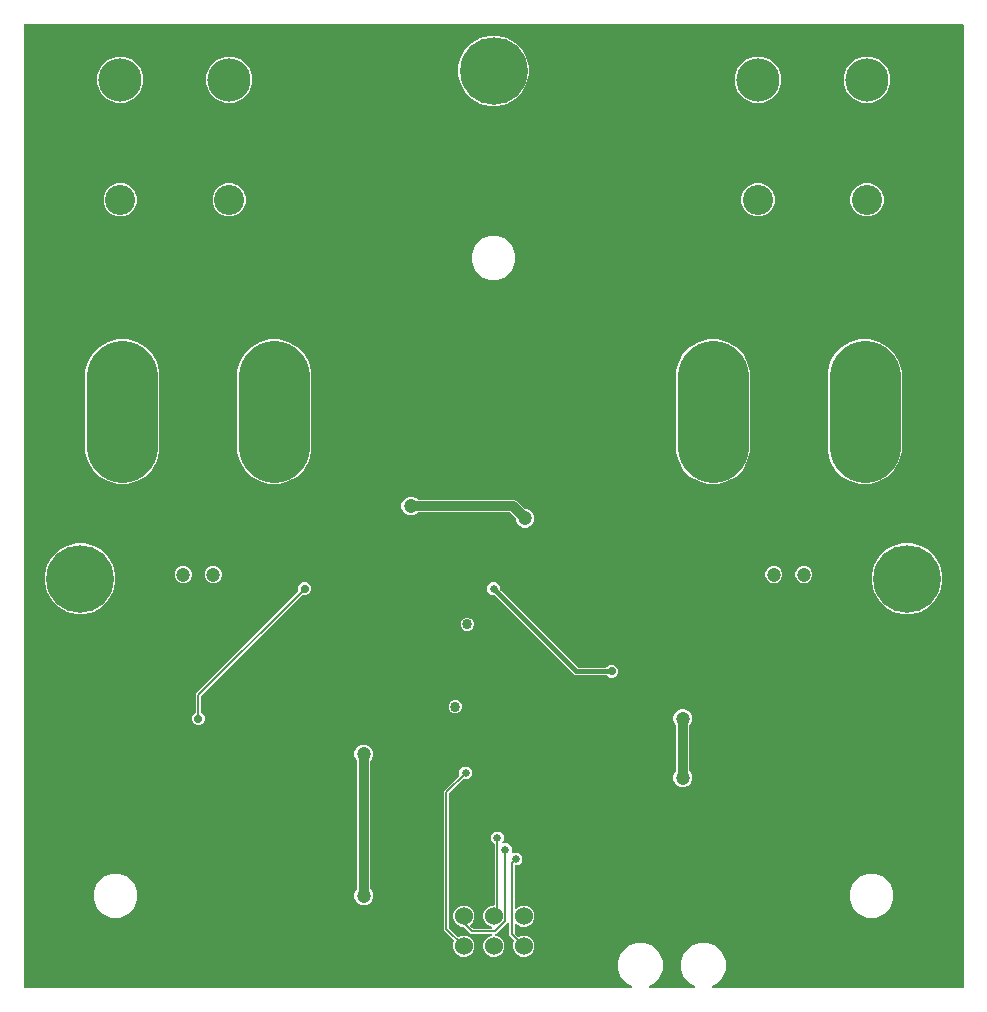
<source format=gbr>
G04 EAGLE Gerber RS-274X export*
G75*
%MOMM*%
%FSLAX34Y34*%
%LPD*%
%INBottom Copper*%
%IPPOS*%
%AMOC8*
5,1,8,0,0,1.08239X$1,22.5*%
G01*
%ADD10C,1.200000*%
%ADD11C,6.000000*%
%ADD12C,5.716000*%
%ADD13C,0.854800*%
%ADD14C,2.552700*%
%ADD15C,3.657600*%
%ADD16C,1.530000*%
%ADD17C,0.704800*%
%ADD18C,1.500000*%
%ADD19C,0.654800*%
%ADD20C,0.812800*%
%ADD21C,0.200000*%
%ADD22C,0.400000*%

G36*
X516786Y2016D02*
X516786Y2016D01*
X516883Y2026D01*
X516907Y2036D01*
X516933Y2040D01*
X517019Y2086D01*
X517108Y2126D01*
X517127Y2143D01*
X517150Y2156D01*
X517217Y2226D01*
X517289Y2292D01*
X517301Y2315D01*
X517319Y2334D01*
X517360Y2422D01*
X517407Y2508D01*
X517412Y2533D01*
X517423Y2557D01*
X517434Y2654D01*
X517451Y2750D01*
X517447Y2776D01*
X517450Y2801D01*
X517430Y2897D01*
X517415Y2993D01*
X517404Y3016D01*
X517398Y3042D01*
X517348Y3125D01*
X517304Y3212D01*
X517285Y3231D01*
X517272Y3253D01*
X517198Y3316D01*
X517128Y3384D01*
X517100Y3400D01*
X517085Y3413D01*
X517054Y3425D01*
X516981Y3465D01*
X513537Y4892D01*
X508192Y10237D01*
X505299Y17221D01*
X505299Y24779D01*
X508192Y31763D01*
X513537Y37108D01*
X520521Y40001D01*
X528079Y40001D01*
X535063Y37108D01*
X540408Y31763D01*
X543301Y24779D01*
X543301Y17221D01*
X540408Y10237D01*
X535063Y4892D01*
X531619Y3465D01*
X531536Y3414D01*
X531450Y3368D01*
X531432Y3349D01*
X531410Y3336D01*
X531348Y3261D01*
X531281Y3190D01*
X531270Y3166D01*
X531253Y3146D01*
X531218Y3055D01*
X531177Y2967D01*
X531174Y2941D01*
X531165Y2917D01*
X531161Y2819D01*
X531150Y2723D01*
X531155Y2697D01*
X531154Y2671D01*
X531181Y2577D01*
X531202Y2482D01*
X531215Y2460D01*
X531223Y2435D01*
X531278Y2355D01*
X531328Y2271D01*
X531348Y2254D01*
X531363Y2233D01*
X531441Y2174D01*
X531515Y2111D01*
X531539Y2101D01*
X531560Y2086D01*
X531653Y2056D01*
X531743Y2019D01*
X531776Y2016D01*
X531794Y2010D01*
X531827Y2010D01*
X531910Y2001D01*
X570090Y2001D01*
X570186Y2016D01*
X570283Y2026D01*
X570307Y2036D01*
X570333Y2040D01*
X570419Y2086D01*
X570508Y2126D01*
X570527Y2143D01*
X570550Y2156D01*
X570617Y2226D01*
X570689Y2292D01*
X570701Y2315D01*
X570719Y2334D01*
X570760Y2422D01*
X570807Y2508D01*
X570812Y2533D01*
X570823Y2557D01*
X570834Y2654D01*
X570851Y2750D01*
X570847Y2776D01*
X570850Y2801D01*
X570830Y2897D01*
X570815Y2993D01*
X570804Y3016D01*
X570798Y3042D01*
X570748Y3125D01*
X570704Y3212D01*
X570685Y3231D01*
X570672Y3253D01*
X570598Y3316D01*
X570528Y3384D01*
X570500Y3400D01*
X570485Y3413D01*
X570454Y3425D01*
X570381Y3465D01*
X566937Y4892D01*
X561592Y10237D01*
X558699Y17221D01*
X558699Y24779D01*
X561592Y31763D01*
X566937Y37108D01*
X573921Y40001D01*
X581479Y40001D01*
X588463Y37108D01*
X593808Y31763D01*
X596701Y24779D01*
X596701Y17221D01*
X593808Y10237D01*
X588463Y4892D01*
X585019Y3465D01*
X584936Y3414D01*
X584850Y3368D01*
X584832Y3349D01*
X584810Y3336D01*
X584748Y3261D01*
X584681Y3190D01*
X584670Y3166D01*
X584653Y3146D01*
X584618Y3055D01*
X584577Y2967D01*
X584574Y2941D01*
X584565Y2917D01*
X584561Y2819D01*
X584550Y2723D01*
X584555Y2697D01*
X584554Y2671D01*
X584581Y2577D01*
X584602Y2482D01*
X584615Y2460D01*
X584623Y2435D01*
X584678Y2355D01*
X584728Y2271D01*
X584748Y2254D01*
X584763Y2233D01*
X584841Y2174D01*
X584915Y2111D01*
X584939Y2101D01*
X584960Y2086D01*
X585053Y2056D01*
X585143Y2019D01*
X585176Y2016D01*
X585194Y2010D01*
X585227Y2010D01*
X585310Y2001D01*
X797238Y2001D01*
X797258Y2004D01*
X797277Y2002D01*
X797379Y2024D01*
X797481Y2040D01*
X797498Y2050D01*
X797518Y2054D01*
X797607Y2107D01*
X797698Y2156D01*
X797712Y2170D01*
X797729Y2180D01*
X797796Y2259D01*
X797868Y2334D01*
X797876Y2352D01*
X797889Y2367D01*
X797928Y2463D01*
X797971Y2557D01*
X797973Y2577D01*
X797981Y2595D01*
X797999Y2762D01*
X797999Y817238D01*
X797996Y817258D01*
X797998Y817277D01*
X797976Y817379D01*
X797960Y817481D01*
X797950Y817498D01*
X797946Y817518D01*
X797893Y817607D01*
X797844Y817698D01*
X797830Y817712D01*
X797820Y817729D01*
X797741Y817796D01*
X797666Y817868D01*
X797648Y817876D01*
X797633Y817889D01*
X797537Y817928D01*
X797443Y817971D01*
X797423Y817973D01*
X797405Y817981D01*
X797238Y817999D01*
X2762Y817999D01*
X2742Y817996D01*
X2723Y817998D01*
X2621Y817976D01*
X2519Y817960D01*
X2502Y817950D01*
X2482Y817946D01*
X2393Y817893D01*
X2302Y817844D01*
X2288Y817830D01*
X2271Y817820D01*
X2204Y817741D01*
X2132Y817666D01*
X2124Y817648D01*
X2111Y817633D01*
X2072Y817537D01*
X2029Y817443D01*
X2027Y817423D01*
X2019Y817405D01*
X2001Y817238D01*
X2001Y2762D01*
X2004Y2742D01*
X2002Y2723D01*
X2024Y2621D01*
X2040Y2519D01*
X2050Y2502D01*
X2054Y2482D01*
X2107Y2393D01*
X2156Y2302D01*
X2170Y2288D01*
X2180Y2271D01*
X2259Y2204D01*
X2334Y2132D01*
X2352Y2124D01*
X2367Y2111D01*
X2463Y2072D01*
X2557Y2029D01*
X2577Y2027D01*
X2595Y2019D01*
X2762Y2001D01*
X516690Y2001D01*
X516786Y2016D01*
G37*
%LPC*%
G36*
X710133Y428729D02*
X710133Y428729D01*
X702180Y430860D01*
X695049Y434977D01*
X689227Y440799D01*
X685110Y447930D01*
X682979Y455883D01*
X682979Y524117D01*
X685110Y532070D01*
X689227Y539201D01*
X695049Y545023D01*
X702180Y549140D01*
X710133Y551271D01*
X718367Y551271D01*
X726320Y549140D01*
X733451Y545023D01*
X739273Y539201D01*
X743390Y532070D01*
X745521Y524117D01*
X745521Y455883D01*
X743390Y447930D01*
X739273Y440799D01*
X733451Y434977D01*
X726320Y430860D01*
X718367Y428729D01*
X710133Y428729D01*
G37*
%LPD*%
%LPC*%
G36*
X581633Y428729D02*
X581633Y428729D01*
X573680Y430860D01*
X566549Y434977D01*
X560727Y440799D01*
X556610Y447930D01*
X554479Y455883D01*
X554479Y524117D01*
X556610Y532070D01*
X560727Y539201D01*
X566549Y545023D01*
X573680Y549140D01*
X581633Y551271D01*
X589867Y551271D01*
X597820Y549140D01*
X604951Y545023D01*
X610773Y539201D01*
X614890Y532070D01*
X617021Y524117D01*
X617021Y455883D01*
X614890Y447930D01*
X610773Y440799D01*
X604951Y434977D01*
X597820Y430860D01*
X589867Y428729D01*
X581633Y428729D01*
G37*
%LPD*%
%LPC*%
G36*
X210133Y428729D02*
X210133Y428729D01*
X202180Y430860D01*
X195049Y434977D01*
X189227Y440799D01*
X185110Y447930D01*
X182979Y455883D01*
X182979Y524117D01*
X185110Y532070D01*
X189227Y539201D01*
X195049Y545023D01*
X202180Y549140D01*
X210133Y551271D01*
X218367Y551271D01*
X226320Y549140D01*
X233451Y545023D01*
X239273Y539201D01*
X243390Y532070D01*
X245521Y524117D01*
X245521Y455883D01*
X243390Y447930D01*
X239273Y440799D01*
X233451Y434977D01*
X226320Y430860D01*
X218367Y428729D01*
X210133Y428729D01*
G37*
%LPD*%
%LPC*%
G36*
X81633Y428729D02*
X81633Y428729D01*
X73680Y430860D01*
X66549Y434977D01*
X60727Y440799D01*
X56610Y447930D01*
X54479Y455883D01*
X54479Y524117D01*
X56610Y532070D01*
X60727Y539201D01*
X66549Y545023D01*
X73680Y549140D01*
X81633Y551271D01*
X89867Y551271D01*
X97820Y549140D01*
X104951Y545023D01*
X110773Y539201D01*
X114890Y532070D01*
X117021Y524117D01*
X117021Y455883D01*
X114890Y447930D01*
X110773Y440799D01*
X104951Y434977D01*
X97820Y430860D01*
X89867Y428729D01*
X81633Y428729D01*
G37*
%LPD*%
%LPC*%
G36*
X396070Y748604D02*
X396070Y748604D01*
X388478Y750639D01*
X381671Y754568D01*
X376113Y760126D01*
X372184Y766933D01*
X370149Y774525D01*
X370149Y782385D01*
X372184Y789977D01*
X376113Y796784D01*
X381671Y802342D01*
X388478Y806271D01*
X396070Y808306D01*
X403930Y808306D01*
X411522Y806271D01*
X418329Y802342D01*
X423887Y796784D01*
X427816Y789977D01*
X429851Y782385D01*
X429851Y774525D01*
X427816Y766933D01*
X423887Y760126D01*
X418329Y754568D01*
X411522Y750639D01*
X403930Y748604D01*
X396070Y748604D01*
G37*
%LPD*%
%LPC*%
G36*
X746070Y318604D02*
X746070Y318604D01*
X738478Y320639D01*
X731671Y324568D01*
X726113Y330126D01*
X722184Y336933D01*
X720149Y344525D01*
X720149Y352385D01*
X722184Y359977D01*
X726113Y366784D01*
X731671Y372342D01*
X738478Y376271D01*
X746070Y378306D01*
X753930Y378306D01*
X761522Y376271D01*
X768329Y372342D01*
X773887Y366784D01*
X777816Y359977D01*
X779851Y352385D01*
X779851Y344525D01*
X777816Y336933D01*
X773887Y330126D01*
X768329Y324568D01*
X761522Y320639D01*
X753930Y318604D01*
X746070Y318604D01*
G37*
%LPD*%
%LPC*%
G36*
X46070Y318604D02*
X46070Y318604D01*
X38478Y320639D01*
X31671Y324568D01*
X26113Y330126D01*
X22184Y336933D01*
X20149Y344525D01*
X20149Y352385D01*
X22184Y359977D01*
X26113Y366784D01*
X31671Y372342D01*
X38478Y376271D01*
X46070Y378306D01*
X53930Y378306D01*
X61522Y376271D01*
X68329Y372342D01*
X73887Y366784D01*
X77816Y359977D01*
X79851Y352385D01*
X79851Y344525D01*
X77816Y336933D01*
X73887Y330126D01*
X68329Y324568D01*
X61522Y320639D01*
X53930Y318604D01*
X46070Y318604D01*
G37*
%LPD*%
%LPC*%
G36*
X398226Y28379D02*
X398226Y28379D01*
X394947Y29737D01*
X392437Y32247D01*
X391079Y35526D01*
X391079Y39074D01*
X392437Y42353D01*
X394947Y44863D01*
X398332Y46265D01*
X398415Y46316D01*
X398501Y46362D01*
X398519Y46381D01*
X398541Y46394D01*
X398603Y46469D01*
X398670Y46540D01*
X398681Y46564D01*
X398698Y46584D01*
X398733Y46675D01*
X398774Y46763D01*
X398776Y46789D01*
X398786Y46813D01*
X398790Y46911D01*
X398801Y47007D01*
X398795Y47033D01*
X398796Y47059D01*
X398769Y47153D01*
X398748Y47248D01*
X398735Y47270D01*
X398728Y47295D01*
X398672Y47375D01*
X398622Y47459D01*
X398602Y47476D01*
X398587Y47497D01*
X398509Y47556D01*
X398435Y47619D01*
X398411Y47629D01*
X398390Y47644D01*
X398298Y47674D01*
X398207Y47711D01*
X398175Y47714D01*
X398156Y47720D01*
X398123Y47720D01*
X398040Y47729D01*
X380359Y47729D01*
X378806Y49282D01*
X374532Y53556D01*
X374458Y53609D01*
X374389Y53669D01*
X374359Y53681D01*
X374333Y53700D01*
X374246Y53727D01*
X374161Y53761D01*
X374120Y53765D01*
X374098Y53772D01*
X374065Y53771D01*
X373994Y53779D01*
X372826Y53779D01*
X369547Y55137D01*
X367037Y57647D01*
X365679Y60926D01*
X365679Y64474D01*
X367037Y67753D01*
X369547Y70263D01*
X372826Y71621D01*
X376374Y71621D01*
X379653Y70263D01*
X382163Y67753D01*
X383521Y64474D01*
X383521Y60926D01*
X382163Y57647D01*
X380052Y55536D01*
X380040Y55520D01*
X380025Y55507D01*
X379969Y55420D01*
X379908Y55336D01*
X379902Y55317D01*
X379892Y55300D01*
X379866Y55200D01*
X379836Y55101D01*
X379836Y55081D01*
X379832Y55062D01*
X379840Y54959D01*
X379842Y54855D01*
X379849Y54837D01*
X379851Y54817D01*
X379891Y54722D01*
X379927Y54624D01*
X379939Y54609D01*
X379947Y54590D01*
X380052Y54459D01*
X382018Y52494D01*
X382092Y52441D01*
X382161Y52381D01*
X382191Y52369D01*
X382217Y52350D01*
X382304Y52323D01*
X382389Y52289D01*
X382430Y52285D01*
X382452Y52278D01*
X382485Y52279D01*
X382556Y52271D01*
X398040Y52271D01*
X398136Y52286D01*
X398233Y52296D01*
X398257Y52306D01*
X398283Y52310D01*
X398369Y52356D01*
X398458Y52396D01*
X398477Y52413D01*
X398501Y52426D01*
X398567Y52496D01*
X398639Y52562D01*
X398652Y52585D01*
X398670Y52604D01*
X398711Y52692D01*
X398758Y52778D01*
X398763Y52803D01*
X398774Y52827D01*
X398784Y52924D01*
X398802Y53020D01*
X398798Y53046D01*
X398801Y53071D01*
X398780Y53167D01*
X398766Y53263D01*
X398754Y53286D01*
X398748Y53312D01*
X398698Y53395D01*
X398654Y53482D01*
X398636Y53501D01*
X398622Y53523D01*
X398548Y53586D01*
X398479Y53654D01*
X398450Y53670D01*
X398435Y53683D01*
X398405Y53695D01*
X398332Y53735D01*
X394947Y55137D01*
X392437Y57647D01*
X391079Y60926D01*
X391079Y64474D01*
X392437Y67753D01*
X394947Y70263D01*
X398226Y71621D01*
X400099Y71621D01*
X400119Y71624D01*
X400138Y71622D01*
X400240Y71644D01*
X400342Y71660D01*
X400359Y71670D01*
X400379Y71674D01*
X400468Y71727D01*
X400559Y71776D01*
X400573Y71790D01*
X400590Y71800D01*
X400657Y71879D01*
X400729Y71954D01*
X400737Y71972D01*
X400750Y71987D01*
X400789Y72083D01*
X400832Y72177D01*
X400834Y72197D01*
X400842Y72215D01*
X400860Y72382D01*
X400860Y123451D01*
X400846Y123541D01*
X400838Y123632D01*
X400826Y123661D01*
X400821Y123693D01*
X400778Y123774D01*
X400742Y123858D01*
X400716Y123890D01*
X400705Y123911D01*
X400682Y123933D01*
X400637Y123989D01*
X397824Y126802D01*
X397824Y131198D01*
X400933Y134307D01*
X405329Y134307D01*
X408438Y131198D01*
X408438Y126802D01*
X407242Y125606D01*
X407200Y125548D01*
X407151Y125496D01*
X407129Y125449D01*
X407099Y125407D01*
X407077Y125338D01*
X407047Y125273D01*
X407042Y125221D01*
X407026Y125171D01*
X407028Y125100D01*
X407020Y125029D01*
X407031Y124978D01*
X407033Y124926D01*
X407057Y124858D01*
X407072Y124788D01*
X407099Y124743D01*
X407117Y124695D01*
X407162Y124639D01*
X407199Y124577D01*
X407238Y124543D01*
X407271Y124503D01*
X407331Y124464D01*
X407386Y124417D01*
X407434Y124398D01*
X407478Y124370D01*
X407547Y124352D01*
X407614Y124325D01*
X407685Y124317D01*
X407716Y124309D01*
X407739Y124311D01*
X407780Y124307D01*
X412198Y124307D01*
X415307Y121198D01*
X415307Y116649D01*
X415318Y116579D01*
X415320Y116507D01*
X415338Y116458D01*
X415346Y116407D01*
X415380Y116343D01*
X415405Y116276D01*
X415437Y116235D01*
X415462Y116189D01*
X415513Y116140D01*
X415558Y116084D01*
X415602Y116056D01*
X415640Y116020D01*
X415705Y115990D01*
X415765Y115951D01*
X415816Y115938D01*
X415863Y115916D01*
X415934Y115908D01*
X416004Y115891D01*
X416056Y115895D01*
X416107Y115889D01*
X416178Y115904D01*
X416249Y115910D01*
X416297Y115930D01*
X416348Y115941D01*
X416409Y115978D01*
X416475Y116006D01*
X416531Y116051D01*
X416559Y116068D01*
X416574Y116085D01*
X416606Y116111D01*
X416802Y116307D01*
X421198Y116307D01*
X424307Y113198D01*
X424307Y108802D01*
X421198Y105693D01*
X418512Y105693D01*
X418492Y105690D01*
X418473Y105692D01*
X418371Y105670D01*
X418269Y105654D01*
X418252Y105644D01*
X418232Y105640D01*
X418143Y105587D01*
X418052Y105538D01*
X418038Y105524D01*
X418021Y105514D01*
X417954Y105435D01*
X417882Y105360D01*
X417874Y105342D01*
X417861Y105327D01*
X417822Y105231D01*
X417779Y105137D01*
X417777Y105117D01*
X417769Y105099D01*
X417751Y104932D01*
X417751Y69504D01*
X417762Y69434D01*
X417764Y69362D01*
X417782Y69313D01*
X417790Y69262D01*
X417824Y69198D01*
X417849Y69131D01*
X417881Y69090D01*
X417906Y69044D01*
X417958Y68995D01*
X418002Y68939D01*
X418046Y68911D01*
X418084Y68875D01*
X418149Y68845D01*
X418209Y68806D01*
X418260Y68793D01*
X418307Y68771D01*
X418378Y68763D01*
X418448Y68746D01*
X418500Y68750D01*
X418551Y68744D01*
X418622Y68759D01*
X418693Y68765D01*
X418741Y68785D01*
X418792Y68796D01*
X418853Y68833D01*
X418919Y68861D01*
X418975Y68906D01*
X419003Y68923D01*
X419018Y68940D01*
X419050Y68966D01*
X420347Y70263D01*
X423626Y71621D01*
X427174Y71621D01*
X430453Y70263D01*
X432963Y67753D01*
X434321Y64474D01*
X434321Y60926D01*
X432963Y57647D01*
X430453Y55137D01*
X427174Y53779D01*
X423626Y53779D01*
X420347Y55137D01*
X419050Y56434D01*
X418992Y56476D01*
X418940Y56525D01*
X418893Y56547D01*
X418851Y56577D01*
X418782Y56599D01*
X418717Y56629D01*
X418665Y56634D01*
X418615Y56650D01*
X418544Y56648D01*
X418473Y56656D01*
X418422Y56645D01*
X418370Y56643D01*
X418302Y56619D01*
X418232Y56604D01*
X418187Y56577D01*
X418139Y56559D01*
X418083Y56514D01*
X418021Y56477D01*
X417987Y56438D01*
X417947Y56405D01*
X417908Y56345D01*
X417861Y56291D01*
X417842Y56242D01*
X417814Y56198D01*
X417796Y56129D01*
X417769Y56062D01*
X417761Y55991D01*
X417753Y55960D01*
X417755Y55937D01*
X417751Y55896D01*
X417751Y48476D01*
X417765Y48386D01*
X417773Y48295D01*
X417785Y48265D01*
X417790Y48233D01*
X417833Y48153D01*
X417869Y48069D01*
X417895Y48036D01*
X417906Y48016D01*
X417929Y47994D01*
X417974Y47938D01*
X420483Y45428D01*
X420578Y45360D01*
X420672Y45290D01*
X420678Y45288D01*
X420683Y45284D01*
X420794Y45250D01*
X420906Y45214D01*
X420912Y45214D01*
X420918Y45212D01*
X421035Y45215D01*
X421152Y45216D01*
X421159Y45218D01*
X421164Y45218D01*
X421182Y45225D01*
X421313Y45263D01*
X423626Y46221D01*
X427174Y46221D01*
X430453Y44863D01*
X432963Y42353D01*
X434321Y39074D01*
X434321Y35526D01*
X432963Y32247D01*
X430453Y29737D01*
X427174Y28379D01*
X423626Y28379D01*
X420347Y29737D01*
X417837Y32247D01*
X416479Y35526D01*
X416479Y39074D01*
X417437Y41387D01*
X417464Y41501D01*
X417492Y41614D01*
X417492Y41620D01*
X417493Y41626D01*
X417482Y41743D01*
X417473Y41859D01*
X417471Y41865D01*
X417470Y41871D01*
X417422Y41979D01*
X417377Y42086D01*
X417372Y42091D01*
X417370Y42096D01*
X417358Y42110D01*
X417272Y42217D01*
X413209Y46279D01*
X413209Y56831D01*
X413207Y56843D01*
X413208Y56850D01*
X413200Y56889D01*
X413198Y56902D01*
X413196Y56974D01*
X413178Y57023D01*
X413170Y57074D01*
X413136Y57137D01*
X413111Y57205D01*
X413079Y57245D01*
X413054Y57291D01*
X413002Y57341D01*
X412958Y57397D01*
X412914Y57425D01*
X412876Y57461D01*
X412811Y57491D01*
X412751Y57530D01*
X412700Y57542D01*
X412653Y57564D01*
X412582Y57572D01*
X412512Y57590D01*
X412460Y57586D01*
X412409Y57591D01*
X412338Y57576D01*
X412267Y57571D01*
X412219Y57550D01*
X412168Y57539D01*
X412107Y57502D01*
X412041Y57474D01*
X411985Y57429D01*
X411957Y57413D01*
X411942Y57395D01*
X411910Y57369D01*
X410718Y56177D01*
X402270Y47729D01*
X401960Y47729D01*
X401863Y47714D01*
X401767Y47704D01*
X401743Y47694D01*
X401717Y47690D01*
X401631Y47644D01*
X401542Y47604D01*
X401523Y47587D01*
X401499Y47574D01*
X401432Y47504D01*
X401361Y47438D01*
X401348Y47415D01*
X401330Y47396D01*
X401289Y47308D01*
X401242Y47222D01*
X401237Y47197D01*
X401226Y47173D01*
X401216Y47076D01*
X401198Y46980D01*
X401202Y46954D01*
X401199Y46929D01*
X401220Y46833D01*
X401234Y46737D01*
X401246Y46714D01*
X401252Y46688D01*
X401302Y46605D01*
X401346Y46518D01*
X401364Y46499D01*
X401378Y46477D01*
X401452Y46414D01*
X401521Y46346D01*
X401550Y46330D01*
X401565Y46317D01*
X401595Y46305D01*
X401668Y46265D01*
X405053Y44863D01*
X407563Y42353D01*
X408921Y39074D01*
X408921Y35526D01*
X407563Y32247D01*
X405053Y29737D01*
X401774Y28379D01*
X398226Y28379D01*
G37*
%LPD*%
%LPC*%
G36*
X288402Y71967D02*
X288402Y71967D01*
X285450Y73190D01*
X283190Y75450D01*
X281967Y78402D01*
X281967Y81598D01*
X283190Y84550D01*
X284442Y85802D01*
X284495Y85876D01*
X284555Y85946D01*
X284567Y85976D01*
X284586Y86002D01*
X284613Y86089D01*
X284647Y86174D01*
X284651Y86215D01*
X284658Y86237D01*
X284657Y86269D01*
X284665Y86341D01*
X284665Y193659D01*
X284651Y193750D01*
X284643Y193840D01*
X284631Y193870D01*
X284626Y193902D01*
X284583Y193983D01*
X284547Y194067D01*
X284521Y194099D01*
X284510Y194120D01*
X284487Y194142D01*
X284442Y194198D01*
X283190Y195450D01*
X281967Y198402D01*
X281967Y201598D01*
X283190Y204550D01*
X285450Y206810D01*
X288402Y208033D01*
X291598Y208033D01*
X294550Y206810D01*
X296810Y204550D01*
X298033Y201598D01*
X298033Y198402D01*
X296810Y195450D01*
X295558Y194198D01*
X295505Y194124D01*
X295445Y194054D01*
X295433Y194024D01*
X295414Y193998D01*
X295387Y193911D01*
X295353Y193826D01*
X295349Y193785D01*
X295342Y193763D01*
X295343Y193731D01*
X295335Y193659D01*
X295335Y86341D01*
X295349Y86250D01*
X295357Y86160D01*
X295369Y86130D01*
X295374Y86098D01*
X295417Y86017D01*
X295453Y85933D01*
X295479Y85901D01*
X295490Y85880D01*
X295513Y85858D01*
X295558Y85802D01*
X296810Y84550D01*
X298033Y81598D01*
X298033Y78402D01*
X296810Y75450D01*
X294550Y73190D01*
X291598Y71967D01*
X288402Y71967D01*
G37*
%LPD*%
%LPC*%
G36*
X425002Y391667D02*
X425002Y391667D01*
X422050Y392890D01*
X419790Y395150D01*
X418567Y398102D01*
X418567Y399873D01*
X418553Y399963D01*
X418545Y400054D01*
X418533Y400084D01*
X418528Y400116D01*
X418485Y400196D01*
X418449Y400280D01*
X418423Y400312D01*
X418412Y400333D01*
X418389Y400355D01*
X418344Y400411D01*
X414313Y404442D01*
X414239Y404495D01*
X414170Y404555D01*
X414140Y404567D01*
X414113Y404586D01*
X414027Y404613D01*
X413942Y404647D01*
X413901Y404651D01*
X413878Y404658D01*
X413846Y404657D01*
X413775Y404665D01*
X336341Y404665D01*
X336250Y404651D01*
X336160Y404643D01*
X336130Y404631D01*
X336098Y404626D01*
X336017Y404583D01*
X335933Y404547D01*
X335901Y404521D01*
X335880Y404510D01*
X335858Y404487D01*
X335802Y404442D01*
X334550Y403190D01*
X331598Y401967D01*
X328402Y401967D01*
X325450Y403190D01*
X323190Y405450D01*
X321967Y408402D01*
X321967Y411598D01*
X323190Y414550D01*
X325450Y416810D01*
X328402Y418033D01*
X331598Y418033D01*
X334550Y416810D01*
X335802Y415558D01*
X335876Y415505D01*
X335946Y415445D01*
X335976Y415433D01*
X336002Y415414D01*
X336089Y415387D01*
X336174Y415353D01*
X336215Y415349D01*
X336237Y415342D01*
X336269Y415343D01*
X336341Y415335D01*
X417361Y415335D01*
X419322Y414523D01*
X425889Y407956D01*
X425963Y407903D01*
X426032Y407843D01*
X426062Y407831D01*
X426089Y407812D01*
X426175Y407785D01*
X426260Y407751D01*
X426301Y407747D01*
X426324Y407740D01*
X426356Y407741D01*
X426427Y407733D01*
X428198Y407733D01*
X431150Y406510D01*
X433410Y404250D01*
X434633Y401298D01*
X434633Y398102D01*
X433410Y395150D01*
X431150Y392890D01*
X428198Y391667D01*
X425002Y391667D01*
G37*
%LPD*%
%LPC*%
G36*
X712210Y751241D02*
X712210Y751241D01*
X705021Y754219D01*
X699519Y759721D01*
X696541Y766910D01*
X696541Y774690D01*
X699519Y781879D01*
X705021Y787381D01*
X712210Y790359D01*
X719990Y790359D01*
X727179Y787381D01*
X732681Y781879D01*
X735659Y774690D01*
X735659Y766910D01*
X732681Y759721D01*
X727179Y754219D01*
X719990Y751241D01*
X712210Y751241D01*
G37*
%LPD*%
%LPC*%
G36*
X620010Y751241D02*
X620010Y751241D01*
X612821Y754219D01*
X607319Y759721D01*
X604341Y766910D01*
X604341Y774690D01*
X607319Y781879D01*
X612821Y787381D01*
X620010Y790359D01*
X627790Y790359D01*
X634979Y787381D01*
X640481Y781879D01*
X643459Y774690D01*
X643459Y766910D01*
X640481Y759721D01*
X634979Y754219D01*
X627790Y751241D01*
X620010Y751241D01*
G37*
%LPD*%
%LPC*%
G36*
X172210Y751241D02*
X172210Y751241D01*
X165021Y754219D01*
X159519Y759721D01*
X156541Y766910D01*
X156541Y774690D01*
X159519Y781879D01*
X165021Y787381D01*
X172210Y790359D01*
X179990Y790359D01*
X187179Y787381D01*
X192681Y781879D01*
X195659Y774690D01*
X195659Y766910D01*
X192681Y759721D01*
X187179Y754219D01*
X179990Y751241D01*
X172210Y751241D01*
G37*
%LPD*%
%LPC*%
G36*
X80010Y751241D02*
X80010Y751241D01*
X72821Y754219D01*
X67319Y759721D01*
X64341Y766910D01*
X64341Y774690D01*
X67319Y781879D01*
X72821Y787381D01*
X80010Y790359D01*
X87790Y790359D01*
X94979Y787381D01*
X100481Y781879D01*
X103459Y774690D01*
X103459Y766910D01*
X100481Y759721D01*
X94979Y754219D01*
X87790Y751241D01*
X80010Y751241D01*
G37*
%LPD*%
%LPC*%
G36*
X396320Y601499D02*
X396320Y601499D01*
X389520Y604316D01*
X384316Y609520D01*
X381499Y616320D01*
X381499Y623680D01*
X384316Y630480D01*
X389520Y635684D01*
X396320Y638501D01*
X403680Y638501D01*
X410480Y635684D01*
X415684Y630480D01*
X418501Y623680D01*
X418501Y616320D01*
X415684Y609520D01*
X410480Y604316D01*
X403680Y601499D01*
X396320Y601499D01*
G37*
%LPD*%
%LPC*%
G36*
X716320Y61499D02*
X716320Y61499D01*
X709520Y64316D01*
X704316Y69520D01*
X701499Y76320D01*
X701499Y83680D01*
X704316Y90480D01*
X709520Y95684D01*
X716320Y98501D01*
X723680Y98501D01*
X730480Y95684D01*
X735684Y90480D01*
X738501Y83680D01*
X738501Y76320D01*
X735684Y69520D01*
X730480Y64316D01*
X723680Y61499D01*
X716320Y61499D01*
G37*
%LPD*%
%LPC*%
G36*
X76320Y61499D02*
X76320Y61499D01*
X69520Y64316D01*
X64316Y69520D01*
X61499Y76320D01*
X61499Y83680D01*
X64316Y90480D01*
X69520Y95684D01*
X76320Y98501D01*
X83680Y98501D01*
X90480Y95684D01*
X95684Y90480D01*
X98501Y83680D01*
X98501Y76320D01*
X95684Y69520D01*
X90480Y64316D01*
X83680Y61499D01*
X76320Y61499D01*
G37*
%LPD*%
%LPC*%
G36*
X372826Y28379D02*
X372826Y28379D01*
X369547Y29737D01*
X367037Y32247D01*
X365679Y35526D01*
X365679Y39074D01*
X366666Y41458D01*
X366693Y41571D01*
X366722Y41685D01*
X366721Y41691D01*
X366723Y41697D01*
X366712Y41814D01*
X366703Y41930D01*
X366700Y41936D01*
X366700Y41942D01*
X366652Y42050D01*
X366606Y42156D01*
X366602Y42162D01*
X366600Y42167D01*
X366587Y42181D01*
X366501Y42287D01*
X357729Y51059D01*
X357729Y168650D01*
X370760Y181682D01*
X370814Y181756D01*
X370873Y181825D01*
X370885Y181855D01*
X370904Y181881D01*
X370931Y181968D01*
X370965Y182053D01*
X370969Y182094D01*
X370976Y182116D01*
X370975Y182149D01*
X370983Y182220D01*
X370983Y186198D01*
X374092Y189307D01*
X378488Y189307D01*
X381597Y186198D01*
X381597Y181802D01*
X378488Y178693D01*
X374510Y178693D01*
X374420Y178679D01*
X374329Y178671D01*
X374299Y178659D01*
X374267Y178654D01*
X374187Y178611D01*
X374103Y178575D01*
X374071Y178549D01*
X374050Y178538D01*
X374028Y178515D01*
X373972Y178470D01*
X362494Y166992D01*
X362441Y166918D01*
X362381Y166849D01*
X362369Y166819D01*
X362350Y166793D01*
X362323Y166706D01*
X362289Y166621D01*
X362285Y166580D01*
X362278Y166557D01*
X362279Y166525D01*
X362271Y166454D01*
X362271Y53256D01*
X362285Y53166D01*
X362293Y53075D01*
X362305Y53045D01*
X362310Y53013D01*
X362353Y52932D01*
X362389Y52849D01*
X362415Y52816D01*
X362426Y52796D01*
X362449Y52774D01*
X362494Y52718D01*
X369754Y45457D01*
X369848Y45390D01*
X369943Y45319D01*
X369949Y45317D01*
X369954Y45314D01*
X370065Y45280D01*
X370177Y45243D01*
X370183Y45243D01*
X370189Y45241D01*
X370306Y45244D01*
X370423Y45245D01*
X370430Y45248D01*
X370435Y45248D01*
X370452Y45254D01*
X370584Y45292D01*
X372826Y46221D01*
X376374Y46221D01*
X379653Y44863D01*
X382163Y42353D01*
X383521Y39074D01*
X383521Y35526D01*
X382163Y32247D01*
X379653Y29737D01*
X376374Y28379D01*
X372826Y28379D01*
G37*
%LPD*%
%LPC*%
G36*
X498895Y264443D02*
X498895Y264443D01*
X496852Y265289D01*
X495635Y266506D01*
X495561Y266559D01*
X495492Y266619D01*
X495462Y266631D01*
X495436Y266650D01*
X495349Y266677D01*
X495264Y266711D01*
X495223Y266715D01*
X495200Y266722D01*
X495168Y266721D01*
X495097Y266729D01*
X468645Y266729D01*
X400904Y334470D01*
X400830Y334523D01*
X400761Y334583D01*
X400731Y334595D01*
X400704Y334614D01*
X400617Y334641D01*
X400533Y334675D01*
X400492Y334679D01*
X400469Y334686D01*
X400437Y334685D01*
X400366Y334693D01*
X397802Y334693D01*
X394693Y337802D01*
X394693Y342198D01*
X397802Y345307D01*
X402198Y345307D01*
X405307Y342198D01*
X405307Y339634D01*
X405321Y339544D01*
X405329Y339453D01*
X405341Y339423D01*
X405346Y339391D01*
X405389Y339311D01*
X405425Y339227D01*
X405451Y339195D01*
X405462Y339174D01*
X405485Y339152D01*
X405530Y339096D01*
X471132Y273494D01*
X471206Y273441D01*
X471275Y273381D01*
X471305Y273369D01*
X471332Y273350D01*
X471419Y273323D01*
X471503Y273289D01*
X471544Y273285D01*
X471567Y273278D01*
X471599Y273279D01*
X471670Y273271D01*
X495097Y273271D01*
X495187Y273285D01*
X495278Y273293D01*
X495308Y273305D01*
X495340Y273310D01*
X495420Y273353D01*
X495504Y273389D01*
X495536Y273415D01*
X495557Y273426D01*
X495579Y273449D01*
X495635Y273494D01*
X496852Y274711D01*
X498895Y275557D01*
X501105Y275557D01*
X503148Y274711D01*
X504711Y273148D01*
X505557Y271105D01*
X505557Y268895D01*
X504711Y266852D01*
X503148Y265289D01*
X501105Y264443D01*
X498895Y264443D01*
G37*
%LPD*%
%LPC*%
G36*
X148895Y224443D02*
X148895Y224443D01*
X146852Y225289D01*
X145289Y226852D01*
X144443Y228895D01*
X144443Y231105D01*
X145289Y233148D01*
X146852Y234711D01*
X147259Y234879D01*
X147358Y234941D01*
X147459Y235001D01*
X147463Y235006D01*
X147468Y235009D01*
X147542Y235098D01*
X147619Y235188D01*
X147621Y235194D01*
X147625Y235198D01*
X147667Y235306D01*
X147711Y235416D01*
X147712Y235423D01*
X147713Y235428D01*
X147714Y235446D01*
X147729Y235583D01*
X147729Y250941D01*
X234447Y337658D01*
X234515Y337753D01*
X234585Y337847D01*
X234587Y337853D01*
X234590Y337858D01*
X234625Y337969D01*
X234661Y338081D01*
X234661Y338087D01*
X234663Y338093D01*
X234660Y338210D01*
X234659Y338327D01*
X234656Y338334D01*
X234656Y338339D01*
X234650Y338356D01*
X234612Y338488D01*
X234443Y338895D01*
X234443Y341105D01*
X235289Y343148D01*
X236852Y344711D01*
X238895Y345557D01*
X241105Y345557D01*
X243148Y344711D01*
X244711Y343148D01*
X245557Y341105D01*
X245557Y338895D01*
X244711Y336852D01*
X243148Y335289D01*
X241105Y334443D01*
X238895Y334443D01*
X238488Y334612D01*
X238423Y334627D01*
X238370Y334649D01*
X238306Y334656D01*
X238261Y334667D01*
X238254Y334667D01*
X238248Y334668D01*
X238219Y334665D01*
X238203Y334667D01*
X238194Y334667D01*
X238134Y334657D01*
X238132Y334657D01*
X238015Y334648D01*
X238010Y334646D01*
X238003Y334645D01*
X237971Y334631D01*
X237951Y334627D01*
X237886Y334593D01*
X237789Y334552D01*
X237783Y334547D01*
X237779Y334545D01*
X237765Y334532D01*
X237752Y334522D01*
X237733Y334512D01*
X237713Y334491D01*
X237658Y334447D01*
X152494Y249282D01*
X152441Y249208D01*
X152381Y249139D01*
X152369Y249109D01*
X152350Y249083D01*
X152323Y248996D01*
X152289Y248911D01*
X152285Y248870D01*
X152278Y248848D01*
X152279Y248815D01*
X152271Y248744D01*
X152271Y235583D01*
X152289Y235468D01*
X152307Y235352D01*
X152309Y235346D01*
X152310Y235340D01*
X152365Y235237D01*
X152418Y235132D01*
X152423Y235128D01*
X152426Y235123D01*
X152510Y235042D01*
X152594Y234960D01*
X152600Y234957D01*
X152604Y234953D01*
X152621Y234945D01*
X152741Y234879D01*
X153148Y234711D01*
X154711Y233148D01*
X155557Y231105D01*
X155557Y228895D01*
X154711Y226852D01*
X153148Y225289D01*
X151105Y224443D01*
X148895Y224443D01*
G37*
%LPD*%
%LPC*%
G36*
X558402Y171967D02*
X558402Y171967D01*
X555450Y173190D01*
X553190Y175450D01*
X551967Y178402D01*
X551967Y181598D01*
X553190Y184550D01*
X554442Y185802D01*
X554495Y185876D01*
X554555Y185946D01*
X554567Y185976D01*
X554586Y186002D01*
X554613Y186089D01*
X554647Y186174D01*
X554651Y186215D01*
X554658Y186237D01*
X554657Y186269D01*
X554665Y186341D01*
X554665Y223659D01*
X554651Y223750D01*
X554643Y223840D01*
X554631Y223870D01*
X554626Y223902D01*
X554583Y223983D01*
X554547Y224067D01*
X554521Y224099D01*
X554510Y224120D01*
X554487Y224142D01*
X554442Y224198D01*
X553190Y225450D01*
X551967Y228402D01*
X551967Y231598D01*
X553190Y234550D01*
X555450Y236810D01*
X558402Y238033D01*
X561598Y238033D01*
X564550Y236810D01*
X566810Y234550D01*
X568033Y231598D01*
X568033Y228402D01*
X566810Y225450D01*
X565558Y224198D01*
X565505Y224124D01*
X565445Y224054D01*
X565433Y224024D01*
X565414Y223998D01*
X565387Y223911D01*
X565353Y223826D01*
X565349Y223785D01*
X565342Y223763D01*
X565343Y223731D01*
X565335Y223659D01*
X565335Y186341D01*
X565349Y186250D01*
X565357Y186160D01*
X565369Y186130D01*
X565374Y186098D01*
X565417Y186017D01*
X565453Y185933D01*
X565479Y185901D01*
X565490Y185880D01*
X565513Y185858D01*
X565558Y185802D01*
X566810Y184550D01*
X568033Y181598D01*
X568033Y178402D01*
X566810Y175450D01*
X564550Y173190D01*
X561598Y171967D01*
X558402Y171967D01*
G37*
%LPD*%
%LPC*%
G36*
X713308Y655166D02*
X713308Y655166D01*
X708150Y657302D01*
X704202Y661250D01*
X702066Y666408D01*
X702066Y671992D01*
X704202Y677150D01*
X708150Y681098D01*
X713308Y683234D01*
X718892Y683234D01*
X724050Y681098D01*
X727998Y677150D01*
X730134Y671992D01*
X730134Y666408D01*
X727998Y661250D01*
X724050Y657302D01*
X718892Y655166D01*
X713308Y655166D01*
G37*
%LPD*%
%LPC*%
G36*
X621108Y655166D02*
X621108Y655166D01*
X615950Y657302D01*
X612002Y661250D01*
X609866Y666408D01*
X609866Y671992D01*
X612002Y677150D01*
X615950Y681098D01*
X621108Y683234D01*
X626692Y683234D01*
X631850Y681098D01*
X635798Y677150D01*
X637934Y671992D01*
X637934Y666408D01*
X635798Y661250D01*
X631850Y657302D01*
X626692Y655166D01*
X621108Y655166D01*
G37*
%LPD*%
%LPC*%
G36*
X173308Y655166D02*
X173308Y655166D01*
X168150Y657302D01*
X164202Y661250D01*
X162066Y666408D01*
X162066Y671992D01*
X164202Y677150D01*
X168150Y681098D01*
X173308Y683234D01*
X178892Y683234D01*
X184050Y681098D01*
X187998Y677150D01*
X190134Y671992D01*
X190134Y666408D01*
X187998Y661250D01*
X184050Y657302D01*
X178892Y655166D01*
X173308Y655166D01*
G37*
%LPD*%
%LPC*%
G36*
X81108Y655166D02*
X81108Y655166D01*
X75950Y657302D01*
X72002Y661250D01*
X69866Y666408D01*
X69866Y671992D01*
X72002Y677150D01*
X75950Y681098D01*
X81108Y683234D01*
X86692Y683234D01*
X91850Y681098D01*
X95798Y677150D01*
X97934Y671992D01*
X97934Y666408D01*
X95798Y661250D01*
X91850Y657302D01*
X86692Y655166D01*
X81108Y655166D01*
G37*
%LPD*%
%LPC*%
G36*
X661254Y344729D02*
X661254Y344729D01*
X658581Y345836D01*
X656536Y347881D01*
X655429Y350554D01*
X655429Y353446D01*
X656536Y356119D01*
X658581Y358164D01*
X661254Y359271D01*
X664146Y359271D01*
X666819Y358164D01*
X668864Y356119D01*
X669971Y353446D01*
X669971Y350554D01*
X668864Y347881D01*
X666819Y345836D01*
X664146Y344729D01*
X661254Y344729D01*
G37*
%LPD*%
%LPC*%
G36*
X635854Y344729D02*
X635854Y344729D01*
X633181Y345836D01*
X631136Y347881D01*
X630029Y350554D01*
X630029Y353446D01*
X631136Y356119D01*
X633181Y358164D01*
X635854Y359271D01*
X638746Y359271D01*
X641419Y358164D01*
X643464Y356119D01*
X644571Y353446D01*
X644571Y350554D01*
X643464Y347881D01*
X641419Y345836D01*
X638746Y344729D01*
X635854Y344729D01*
G37*
%LPD*%
%LPC*%
G36*
X161254Y344729D02*
X161254Y344729D01*
X158581Y345836D01*
X156536Y347881D01*
X155429Y350554D01*
X155429Y353446D01*
X156536Y356119D01*
X158581Y358164D01*
X161254Y359271D01*
X164146Y359271D01*
X166819Y358164D01*
X168864Y356119D01*
X169971Y353446D01*
X169971Y350554D01*
X168864Y347881D01*
X166819Y345836D01*
X164146Y344729D01*
X161254Y344729D01*
G37*
%LPD*%
%LPC*%
G36*
X135854Y344729D02*
X135854Y344729D01*
X133181Y345836D01*
X131136Y347881D01*
X130029Y350554D01*
X130029Y353446D01*
X131136Y356119D01*
X133181Y358164D01*
X135854Y359271D01*
X138746Y359271D01*
X141419Y358164D01*
X143464Y356119D01*
X144571Y353446D01*
X144571Y350554D01*
X143464Y347881D01*
X141419Y345836D01*
X138746Y344729D01*
X135854Y344729D01*
G37*
%LPD*%
%LPC*%
G36*
X376497Y304455D02*
X376497Y304455D01*
X374459Y305299D01*
X372899Y306859D01*
X372055Y308897D01*
X372055Y311103D01*
X372899Y313141D01*
X374459Y314701D01*
X376497Y315545D01*
X378703Y315545D01*
X380741Y314701D01*
X382301Y313141D01*
X383145Y311103D01*
X383145Y308897D01*
X382301Y306859D01*
X380741Y305299D01*
X378703Y304455D01*
X376497Y304455D01*
G37*
%LPD*%
%LPC*%
G36*
X366397Y234455D02*
X366397Y234455D01*
X364359Y235299D01*
X362799Y236859D01*
X361955Y238897D01*
X361955Y241103D01*
X362799Y243141D01*
X364359Y244701D01*
X366397Y245545D01*
X368603Y245545D01*
X370641Y244701D01*
X372201Y243141D01*
X373045Y241103D01*
X373045Y238897D01*
X372201Y236859D01*
X370641Y235299D01*
X368603Y234455D01*
X366397Y234455D01*
G37*
%LPD*%
D10*
X124600Y374000D03*
X175400Y374000D03*
X150000Y374000D03*
X137300Y352000D03*
X162700Y352000D03*
D11*
X85750Y460000D02*
X85750Y520000D01*
X214250Y520000D02*
X214250Y460000D01*
D12*
X400000Y778455D03*
X400000Y709080D03*
D13*
X392500Y240000D03*
X367500Y240000D03*
X402600Y310000D03*
X377600Y310000D03*
D14*
X83900Y669200D03*
D15*
X83900Y770800D03*
D14*
X176100Y669200D03*
D15*
X176100Y770800D03*
D10*
X624600Y374000D03*
X675400Y374000D03*
X650000Y374000D03*
X637300Y352000D03*
X662700Y352000D03*
D11*
X585750Y460000D02*
X585750Y520000D01*
X714250Y520000D02*
X714250Y460000D01*
D14*
X623900Y669200D03*
D15*
X623900Y770800D03*
D14*
X716100Y669200D03*
D15*
X716100Y770800D03*
D12*
X50000Y348455D03*
X50000Y279080D03*
X750000Y348455D03*
X750000Y279080D03*
D16*
X425400Y37300D03*
X400000Y37300D03*
X374600Y37300D03*
X425400Y62700D03*
X400000Y62700D03*
X374600Y62700D03*
D17*
X251000Y150000D03*
X148000Y109000D03*
X221000Y176000D03*
X410000Y350000D03*
D10*
X420000Y340000D03*
D18*
X480000Y550000D03*
X480000Y490000D03*
X480000Y430000D03*
D17*
X10000Y150000D03*
D10*
X330000Y455000D03*
D17*
X10000Y190000D03*
X10000Y170000D03*
X201000Y322000D03*
X601000Y321000D03*
X700000Y322000D03*
D10*
X470000Y710000D03*
D19*
X367000Y114000D03*
X383918Y153918D03*
X387918Y184082D03*
X410000Y184000D03*
X401000Y184000D03*
X150000Y290000D03*
X180000Y270000D03*
D10*
X540000Y90000D03*
D19*
X100000Y320000D03*
X375000Y168000D03*
X670000Y290000D03*
X610000Y270000D03*
D10*
X290000Y200000D03*
X290000Y80000D03*
X560000Y230000D03*
X560000Y180000D03*
D20*
X560000Y230000D01*
X290000Y200000D02*
X290000Y80000D01*
D19*
X419000Y111000D03*
D21*
X415480Y107480D02*
X415480Y47220D01*
X415480Y107480D02*
X419000Y111000D01*
X415480Y47220D02*
X425400Y37300D01*
X381300Y50000D02*
X374600Y56700D01*
X374600Y62700D01*
D19*
X410000Y119000D03*
D21*
X410000Y58671D02*
X401329Y50000D01*
X410000Y58671D02*
X410000Y119000D01*
X401329Y50000D02*
X381300Y50000D01*
D19*
X403131Y129000D03*
D21*
X403131Y65831D01*
X400000Y62700D01*
D17*
X150000Y230000D03*
D21*
X150000Y250000D01*
X240000Y340000D01*
D17*
X240000Y340000D03*
X500000Y270000D03*
D22*
X470000Y270000D01*
X400000Y340000D01*
D19*
X400000Y340000D03*
D10*
X330000Y410000D03*
X426600Y399700D03*
D20*
X416300Y410000D02*
X330000Y410000D01*
X416300Y410000D02*
X426600Y399700D01*
D19*
X376290Y184000D03*
D21*
X360000Y167710D01*
X360000Y52000D01*
X374600Y37400D02*
X374600Y37300D01*
X374600Y37400D02*
X360000Y52000D01*
M02*

</source>
